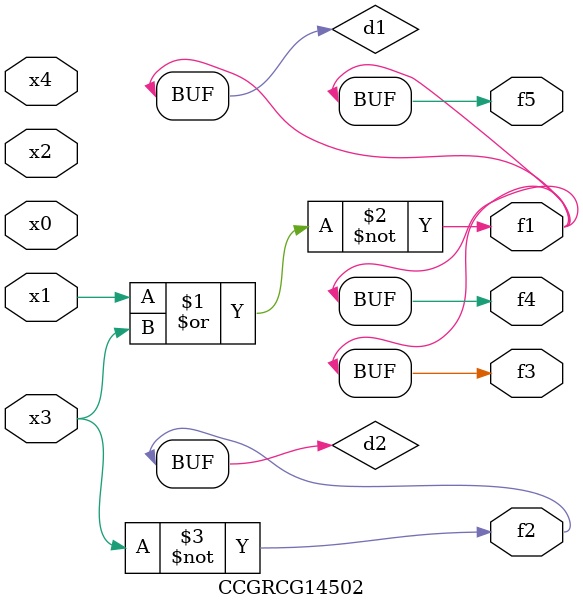
<source format=v>
module CCGRCG14502(
	input x0, x1, x2, x3, x4,
	output f1, f2, f3, f4, f5
);

	wire d1, d2;

	nor (d1, x1, x3);
	not (d2, x3);
	assign f1 = d1;
	assign f2 = d2;
	assign f3 = d1;
	assign f4 = d1;
	assign f5 = d1;
endmodule

</source>
